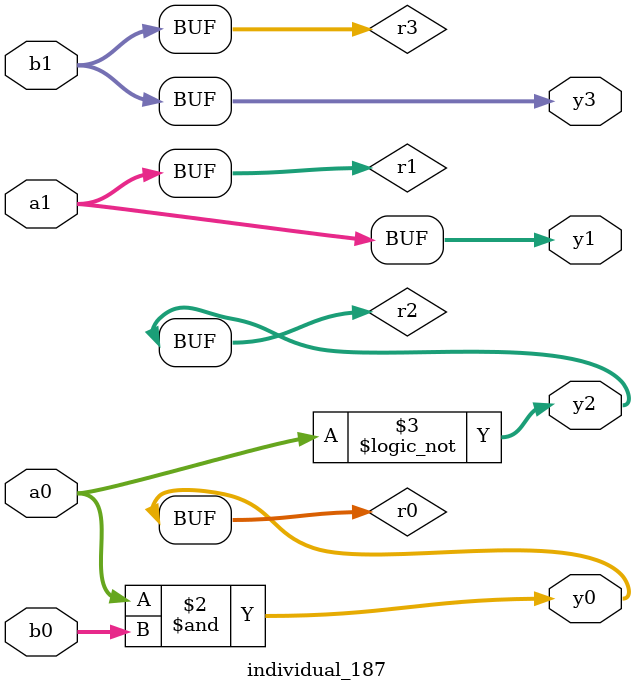
<source format=sv>
module individual_187(input logic [15:0] a1, input logic [15:0] a0, input logic [15:0] b1, input logic [15:0] b0, output logic [15:0] y3, output logic [15:0] y2, output logic [15:0] y1, output logic [15:0] y0);
logic [15:0] r0, r1, r2, r3; 
 always@(*) begin 
	 r0 = a0; r1 = a1; r2 = b0; r3 = b1; 
 	 r0  &=  b0 ;
 	 r2 = ! a0 ;
 	 y3 = r3; y2 = r2; y1 = r1; y0 = r0; 
end
endmodule
</source>
